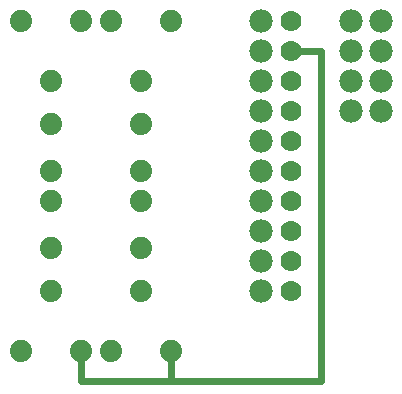
<source format=gtl>
G04 MADE WITH FRITZING*
G04 WWW.FRITZING.ORG*
G04 DOUBLE SIDED*
G04 HOLES PLATED*
G04 CONTOUR ON CENTER OF CONTOUR VECTOR*
%ASAXBY*%
%FSLAX23Y23*%
%MOIN*%
%OFA0B0*%
%SFA1.0B1.0*%
%ADD10C,0.078000*%
%ADD11C,0.074000*%
%ADD12C,0.070000*%
%ADD13C,0.024000*%
%LNCOPPER1*%
G90*
G70*
G54D10*
X1402Y1253D03*
X1402Y1153D03*
X1402Y1053D03*
X1402Y953D03*
X1302Y1253D03*
X1302Y1153D03*
X1302Y1053D03*
X1302Y953D03*
G54D11*
X502Y153D03*
X602Y353D03*
X702Y153D03*
X502Y153D03*
X602Y353D03*
X702Y153D03*
X202Y153D03*
X302Y353D03*
X402Y153D03*
X202Y153D03*
X302Y353D03*
X402Y153D03*
X702Y1253D03*
X602Y1053D03*
X502Y1253D03*
X702Y1253D03*
X602Y1053D03*
X502Y1253D03*
X402Y1253D03*
X302Y1053D03*
X202Y1253D03*
X402Y1253D03*
X302Y1053D03*
X202Y1253D03*
G54D10*
X1002Y1253D03*
X1002Y1153D03*
X1002Y1053D03*
X1002Y953D03*
X1002Y853D03*
X1002Y753D03*
X1002Y653D03*
X1002Y553D03*
X1002Y453D03*
X1002Y353D03*
G54D11*
X602Y653D03*
X602Y496D03*
X602Y653D03*
X602Y496D03*
X602Y753D03*
X602Y911D03*
X602Y753D03*
X602Y911D03*
X302Y653D03*
X302Y496D03*
X302Y653D03*
X302Y496D03*
X302Y753D03*
X302Y911D03*
X302Y753D03*
X302Y911D03*
G54D12*
X1102Y353D03*
X1102Y453D03*
X1102Y553D03*
X1102Y653D03*
X1102Y753D03*
X1102Y853D03*
X1102Y953D03*
X1102Y1053D03*
X1102Y1153D03*
X1102Y1253D03*
G54D13*
X1202Y53D02*
X1202Y1153D01*
D02*
X1202Y1153D02*
X1121Y1153D01*
D02*
X702Y53D02*
X1202Y53D01*
D02*
X702Y134D02*
X702Y53D01*
D02*
X702Y53D02*
X402Y53D01*
D02*
X402Y53D02*
X402Y134D01*
D02*
X702Y134D02*
X702Y53D01*
G04 End of Copper1*
M02*
</source>
